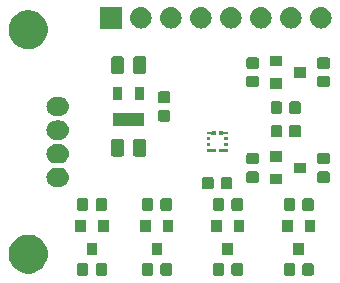
<source format=gts>
G04 #@! TF.GenerationSoftware,KiCad,Pcbnew,(5.1.2)-1*
G04 #@! TF.CreationDate,2025-02-08T22:23:42+09:00*
G04 #@! TF.ProjectId,ss,73732e6b-6963-4616-945f-706362585858,rev?*
G04 #@! TF.SameCoordinates,Original*
G04 #@! TF.FileFunction,Soldermask,Top*
G04 #@! TF.FilePolarity,Negative*
%FSLAX46Y46*%
G04 Gerber Fmt 4.6, Leading zero omitted, Abs format (unit mm)*
G04 Created by KiCad (PCBNEW (5.1.2)-1) date 2025-02-08 22:23:42*
%MOMM*%
%LPD*%
G04 APERTURE LIST*
%ADD10C,0.100000*%
G04 APERTURE END LIST*
D10*
G36*
X115029591Y-97778085D02*
G01*
X115063569Y-97788393D01*
X115094890Y-97805134D01*
X115122339Y-97827661D01*
X115144866Y-97855110D01*
X115161607Y-97886431D01*
X115171915Y-97920409D01*
X115176000Y-97961890D01*
X115176000Y-98638110D01*
X115171915Y-98679591D01*
X115161607Y-98713569D01*
X115144866Y-98744890D01*
X115122339Y-98772339D01*
X115094890Y-98794866D01*
X115063569Y-98811607D01*
X115029591Y-98821915D01*
X114988110Y-98826000D01*
X114386890Y-98826000D01*
X114345409Y-98821915D01*
X114311431Y-98811607D01*
X114280110Y-98794866D01*
X114252661Y-98772339D01*
X114230134Y-98744890D01*
X114213393Y-98713569D01*
X114203085Y-98679591D01*
X114199000Y-98638110D01*
X114199000Y-97961890D01*
X114203085Y-97920409D01*
X114213393Y-97886431D01*
X114230134Y-97855110D01*
X114252661Y-97827661D01*
X114280110Y-97805134D01*
X114311431Y-97788393D01*
X114345409Y-97778085D01*
X114386890Y-97774000D01*
X114988110Y-97774000D01*
X115029591Y-97778085D01*
X115029591Y-97778085D01*
G37*
G36*
X125454591Y-97778085D02*
G01*
X125488569Y-97788393D01*
X125519890Y-97805134D01*
X125547339Y-97827661D01*
X125569866Y-97855110D01*
X125586607Y-97886431D01*
X125596915Y-97920409D01*
X125601000Y-97961890D01*
X125601000Y-98638110D01*
X125596915Y-98679591D01*
X125586607Y-98713569D01*
X125569866Y-98744890D01*
X125547339Y-98772339D01*
X125519890Y-98794866D01*
X125488569Y-98811607D01*
X125454591Y-98821915D01*
X125413110Y-98826000D01*
X124811890Y-98826000D01*
X124770409Y-98821915D01*
X124736431Y-98811607D01*
X124705110Y-98794866D01*
X124677661Y-98772339D01*
X124655134Y-98744890D01*
X124638393Y-98713569D01*
X124628085Y-98679591D01*
X124624000Y-98638110D01*
X124624000Y-97961890D01*
X124628085Y-97920409D01*
X124638393Y-97886431D01*
X124655134Y-97855110D01*
X124677661Y-97827661D01*
X124705110Y-97805134D01*
X124736431Y-97788393D01*
X124770409Y-97778085D01*
X124811890Y-97774000D01*
X125413110Y-97774000D01*
X125454591Y-97778085D01*
X125454591Y-97778085D01*
G37*
G36*
X109529591Y-97778085D02*
G01*
X109563569Y-97788393D01*
X109594890Y-97805134D01*
X109622339Y-97827661D01*
X109644866Y-97855110D01*
X109661607Y-97886431D01*
X109671915Y-97920409D01*
X109676000Y-97961890D01*
X109676000Y-98638110D01*
X109671915Y-98679591D01*
X109661607Y-98713569D01*
X109644866Y-98744890D01*
X109622339Y-98772339D01*
X109594890Y-98794866D01*
X109563569Y-98811607D01*
X109529591Y-98821915D01*
X109488110Y-98826000D01*
X108886890Y-98826000D01*
X108845409Y-98821915D01*
X108811431Y-98811607D01*
X108780110Y-98794866D01*
X108752661Y-98772339D01*
X108730134Y-98744890D01*
X108713393Y-98713569D01*
X108703085Y-98679591D01*
X108699000Y-98638110D01*
X108699000Y-97961890D01*
X108703085Y-97920409D01*
X108713393Y-97886431D01*
X108730134Y-97855110D01*
X108752661Y-97827661D01*
X108780110Y-97805134D01*
X108811431Y-97788393D01*
X108845409Y-97778085D01*
X108886890Y-97774000D01*
X109488110Y-97774000D01*
X109529591Y-97778085D01*
X109529591Y-97778085D01*
G37*
G36*
X107954591Y-97778085D02*
G01*
X107988569Y-97788393D01*
X108019890Y-97805134D01*
X108047339Y-97827661D01*
X108069866Y-97855110D01*
X108086607Y-97886431D01*
X108096915Y-97920409D01*
X108101000Y-97961890D01*
X108101000Y-98638110D01*
X108096915Y-98679591D01*
X108086607Y-98713569D01*
X108069866Y-98744890D01*
X108047339Y-98772339D01*
X108019890Y-98794866D01*
X107988569Y-98811607D01*
X107954591Y-98821915D01*
X107913110Y-98826000D01*
X107311890Y-98826000D01*
X107270409Y-98821915D01*
X107236431Y-98811607D01*
X107205110Y-98794866D01*
X107177661Y-98772339D01*
X107155134Y-98744890D01*
X107138393Y-98713569D01*
X107128085Y-98679591D01*
X107124000Y-98638110D01*
X107124000Y-97961890D01*
X107128085Y-97920409D01*
X107138393Y-97886431D01*
X107155134Y-97855110D01*
X107177661Y-97827661D01*
X107205110Y-97805134D01*
X107236431Y-97788393D01*
X107270409Y-97778085D01*
X107311890Y-97774000D01*
X107913110Y-97774000D01*
X107954591Y-97778085D01*
X107954591Y-97778085D01*
G37*
G36*
X127029591Y-97778085D02*
G01*
X127063569Y-97788393D01*
X127094890Y-97805134D01*
X127122339Y-97827661D01*
X127144866Y-97855110D01*
X127161607Y-97886431D01*
X127171915Y-97920409D01*
X127176000Y-97961890D01*
X127176000Y-98638110D01*
X127171915Y-98679591D01*
X127161607Y-98713569D01*
X127144866Y-98744890D01*
X127122339Y-98772339D01*
X127094890Y-98794866D01*
X127063569Y-98811607D01*
X127029591Y-98821915D01*
X126988110Y-98826000D01*
X126386890Y-98826000D01*
X126345409Y-98821915D01*
X126311431Y-98811607D01*
X126280110Y-98794866D01*
X126252661Y-98772339D01*
X126230134Y-98744890D01*
X126213393Y-98713569D01*
X126203085Y-98679591D01*
X126199000Y-98638110D01*
X126199000Y-97961890D01*
X126203085Y-97920409D01*
X126213393Y-97886431D01*
X126230134Y-97855110D01*
X126252661Y-97827661D01*
X126280110Y-97805134D01*
X126311431Y-97788393D01*
X126345409Y-97778085D01*
X126386890Y-97774000D01*
X126988110Y-97774000D01*
X127029591Y-97778085D01*
X127029591Y-97778085D01*
G37*
G36*
X121029591Y-97778085D02*
G01*
X121063569Y-97788393D01*
X121094890Y-97805134D01*
X121122339Y-97827661D01*
X121144866Y-97855110D01*
X121161607Y-97886431D01*
X121171915Y-97920409D01*
X121176000Y-97961890D01*
X121176000Y-98638110D01*
X121171915Y-98679591D01*
X121161607Y-98713569D01*
X121144866Y-98744890D01*
X121122339Y-98772339D01*
X121094890Y-98794866D01*
X121063569Y-98811607D01*
X121029591Y-98821915D01*
X120988110Y-98826000D01*
X120386890Y-98826000D01*
X120345409Y-98821915D01*
X120311431Y-98811607D01*
X120280110Y-98794866D01*
X120252661Y-98772339D01*
X120230134Y-98744890D01*
X120213393Y-98713569D01*
X120203085Y-98679591D01*
X120199000Y-98638110D01*
X120199000Y-97961890D01*
X120203085Y-97920409D01*
X120213393Y-97886431D01*
X120230134Y-97855110D01*
X120252661Y-97827661D01*
X120280110Y-97805134D01*
X120311431Y-97788393D01*
X120345409Y-97778085D01*
X120386890Y-97774000D01*
X120988110Y-97774000D01*
X121029591Y-97778085D01*
X121029591Y-97778085D01*
G37*
G36*
X113454591Y-97778085D02*
G01*
X113488569Y-97788393D01*
X113519890Y-97805134D01*
X113547339Y-97827661D01*
X113569866Y-97855110D01*
X113586607Y-97886431D01*
X113596915Y-97920409D01*
X113601000Y-97961890D01*
X113601000Y-98638110D01*
X113596915Y-98679591D01*
X113586607Y-98713569D01*
X113569866Y-98744890D01*
X113547339Y-98772339D01*
X113519890Y-98794866D01*
X113488569Y-98811607D01*
X113454591Y-98821915D01*
X113413110Y-98826000D01*
X112811890Y-98826000D01*
X112770409Y-98821915D01*
X112736431Y-98811607D01*
X112705110Y-98794866D01*
X112677661Y-98772339D01*
X112655134Y-98744890D01*
X112638393Y-98713569D01*
X112628085Y-98679591D01*
X112624000Y-98638110D01*
X112624000Y-97961890D01*
X112628085Y-97920409D01*
X112638393Y-97886431D01*
X112655134Y-97855110D01*
X112677661Y-97827661D01*
X112705110Y-97805134D01*
X112736431Y-97788393D01*
X112770409Y-97778085D01*
X112811890Y-97774000D01*
X113413110Y-97774000D01*
X113454591Y-97778085D01*
X113454591Y-97778085D01*
G37*
G36*
X119454591Y-97778085D02*
G01*
X119488569Y-97788393D01*
X119519890Y-97805134D01*
X119547339Y-97827661D01*
X119569866Y-97855110D01*
X119586607Y-97886431D01*
X119596915Y-97920409D01*
X119601000Y-97961890D01*
X119601000Y-98638110D01*
X119596915Y-98679591D01*
X119586607Y-98713569D01*
X119569866Y-98744890D01*
X119547339Y-98772339D01*
X119519890Y-98794866D01*
X119488569Y-98811607D01*
X119454591Y-98821915D01*
X119413110Y-98826000D01*
X118811890Y-98826000D01*
X118770409Y-98821915D01*
X118736431Y-98811607D01*
X118705110Y-98794866D01*
X118677661Y-98772339D01*
X118655134Y-98744890D01*
X118638393Y-98713569D01*
X118628085Y-98679591D01*
X118624000Y-98638110D01*
X118624000Y-97961890D01*
X118628085Y-97920409D01*
X118638393Y-97886431D01*
X118655134Y-97855110D01*
X118677661Y-97827661D01*
X118705110Y-97805134D01*
X118736431Y-97788393D01*
X118770409Y-97778085D01*
X118811890Y-97774000D01*
X119413110Y-97774000D01*
X119454591Y-97778085D01*
X119454591Y-97778085D01*
G37*
G36*
X103375256Y-95391298D02*
G01*
X103481579Y-95412447D01*
X103782042Y-95536903D01*
X104052451Y-95717585D01*
X104282415Y-95947549D01*
X104463097Y-96217958D01*
X104587553Y-96518421D01*
X104651000Y-96837391D01*
X104651000Y-97162609D01*
X104587553Y-97481579D01*
X104463097Y-97782042D01*
X104282415Y-98052451D01*
X104052451Y-98282415D01*
X103782042Y-98463097D01*
X103481579Y-98587553D01*
X103375256Y-98608702D01*
X103162611Y-98651000D01*
X102837389Y-98651000D01*
X102624744Y-98608702D01*
X102518421Y-98587553D01*
X102217958Y-98463097D01*
X101947549Y-98282415D01*
X101717585Y-98052451D01*
X101536903Y-97782042D01*
X101412447Y-97481579D01*
X101349000Y-97162609D01*
X101349000Y-96837391D01*
X101412447Y-96518421D01*
X101536903Y-96217958D01*
X101717585Y-95947549D01*
X101947549Y-95717585D01*
X102217958Y-95536903D01*
X102518421Y-95412447D01*
X102624744Y-95391298D01*
X102837389Y-95349000D01*
X103162611Y-95349000D01*
X103375256Y-95391298D01*
X103375256Y-95391298D01*
G37*
G36*
X114351000Y-97101000D02*
G01*
X113449000Y-97101000D01*
X113449000Y-96099000D01*
X114351000Y-96099000D01*
X114351000Y-97101000D01*
X114351000Y-97101000D01*
G37*
G36*
X108851000Y-97101000D02*
G01*
X107949000Y-97101000D01*
X107949000Y-96099000D01*
X108851000Y-96099000D01*
X108851000Y-97101000D01*
X108851000Y-97101000D01*
G37*
G36*
X126351000Y-97101000D02*
G01*
X125449000Y-97101000D01*
X125449000Y-96099000D01*
X126351000Y-96099000D01*
X126351000Y-97101000D01*
X126351000Y-97101000D01*
G37*
G36*
X120351000Y-97101000D02*
G01*
X119449000Y-97101000D01*
X119449000Y-96099000D01*
X120351000Y-96099000D01*
X120351000Y-97101000D01*
X120351000Y-97101000D01*
G37*
G36*
X107901000Y-95101000D02*
G01*
X106999000Y-95101000D01*
X106999000Y-94099000D01*
X107901000Y-94099000D01*
X107901000Y-95101000D01*
X107901000Y-95101000D01*
G37*
G36*
X121301000Y-95101000D02*
G01*
X120399000Y-95101000D01*
X120399000Y-94099000D01*
X121301000Y-94099000D01*
X121301000Y-95101000D01*
X121301000Y-95101000D01*
G37*
G36*
X119401000Y-95101000D02*
G01*
X118499000Y-95101000D01*
X118499000Y-94099000D01*
X119401000Y-94099000D01*
X119401000Y-95101000D01*
X119401000Y-95101000D01*
G37*
G36*
X127301000Y-95101000D02*
G01*
X126399000Y-95101000D01*
X126399000Y-94099000D01*
X127301000Y-94099000D01*
X127301000Y-95101000D01*
X127301000Y-95101000D01*
G37*
G36*
X125401000Y-95101000D02*
G01*
X124499000Y-95101000D01*
X124499000Y-94099000D01*
X125401000Y-94099000D01*
X125401000Y-95101000D01*
X125401000Y-95101000D01*
G37*
G36*
X115301000Y-95101000D02*
G01*
X114399000Y-95101000D01*
X114399000Y-94099000D01*
X115301000Y-94099000D01*
X115301000Y-95101000D01*
X115301000Y-95101000D01*
G37*
G36*
X109801000Y-95101000D02*
G01*
X108899000Y-95101000D01*
X108899000Y-94099000D01*
X109801000Y-94099000D01*
X109801000Y-95101000D01*
X109801000Y-95101000D01*
G37*
G36*
X113401000Y-95101000D02*
G01*
X112499000Y-95101000D01*
X112499000Y-94099000D01*
X113401000Y-94099000D01*
X113401000Y-95101000D01*
X113401000Y-95101000D01*
G37*
G36*
X107954591Y-92278085D02*
G01*
X107988569Y-92288393D01*
X108019890Y-92305134D01*
X108047339Y-92327661D01*
X108069866Y-92355110D01*
X108086607Y-92386431D01*
X108096915Y-92420409D01*
X108101000Y-92461890D01*
X108101000Y-93138110D01*
X108096915Y-93179591D01*
X108086607Y-93213569D01*
X108069866Y-93244890D01*
X108047339Y-93272339D01*
X108019890Y-93294866D01*
X107988569Y-93311607D01*
X107954591Y-93321915D01*
X107913110Y-93326000D01*
X107311890Y-93326000D01*
X107270409Y-93321915D01*
X107236431Y-93311607D01*
X107205110Y-93294866D01*
X107177661Y-93272339D01*
X107155134Y-93244890D01*
X107138393Y-93213569D01*
X107128085Y-93179591D01*
X107124000Y-93138110D01*
X107124000Y-92461890D01*
X107128085Y-92420409D01*
X107138393Y-92386431D01*
X107155134Y-92355110D01*
X107177661Y-92327661D01*
X107205110Y-92305134D01*
X107236431Y-92288393D01*
X107270409Y-92278085D01*
X107311890Y-92274000D01*
X107913110Y-92274000D01*
X107954591Y-92278085D01*
X107954591Y-92278085D01*
G37*
G36*
X119454591Y-92278085D02*
G01*
X119488569Y-92288393D01*
X119519890Y-92305134D01*
X119547339Y-92327661D01*
X119569866Y-92355110D01*
X119586607Y-92386431D01*
X119596915Y-92420409D01*
X119601000Y-92461890D01*
X119601000Y-93138110D01*
X119596915Y-93179591D01*
X119586607Y-93213569D01*
X119569866Y-93244890D01*
X119547339Y-93272339D01*
X119519890Y-93294866D01*
X119488569Y-93311607D01*
X119454591Y-93321915D01*
X119413110Y-93326000D01*
X118811890Y-93326000D01*
X118770409Y-93321915D01*
X118736431Y-93311607D01*
X118705110Y-93294866D01*
X118677661Y-93272339D01*
X118655134Y-93244890D01*
X118638393Y-93213569D01*
X118628085Y-93179591D01*
X118624000Y-93138110D01*
X118624000Y-92461890D01*
X118628085Y-92420409D01*
X118638393Y-92386431D01*
X118655134Y-92355110D01*
X118677661Y-92327661D01*
X118705110Y-92305134D01*
X118736431Y-92288393D01*
X118770409Y-92278085D01*
X118811890Y-92274000D01*
X119413110Y-92274000D01*
X119454591Y-92278085D01*
X119454591Y-92278085D01*
G37*
G36*
X121029591Y-92278085D02*
G01*
X121063569Y-92288393D01*
X121094890Y-92305134D01*
X121122339Y-92327661D01*
X121144866Y-92355110D01*
X121161607Y-92386431D01*
X121171915Y-92420409D01*
X121176000Y-92461890D01*
X121176000Y-93138110D01*
X121171915Y-93179591D01*
X121161607Y-93213569D01*
X121144866Y-93244890D01*
X121122339Y-93272339D01*
X121094890Y-93294866D01*
X121063569Y-93311607D01*
X121029591Y-93321915D01*
X120988110Y-93326000D01*
X120386890Y-93326000D01*
X120345409Y-93321915D01*
X120311431Y-93311607D01*
X120280110Y-93294866D01*
X120252661Y-93272339D01*
X120230134Y-93244890D01*
X120213393Y-93213569D01*
X120203085Y-93179591D01*
X120199000Y-93138110D01*
X120199000Y-92461890D01*
X120203085Y-92420409D01*
X120213393Y-92386431D01*
X120230134Y-92355110D01*
X120252661Y-92327661D01*
X120280110Y-92305134D01*
X120311431Y-92288393D01*
X120345409Y-92278085D01*
X120386890Y-92274000D01*
X120988110Y-92274000D01*
X121029591Y-92278085D01*
X121029591Y-92278085D01*
G37*
G36*
X113454591Y-92278085D02*
G01*
X113488569Y-92288393D01*
X113519890Y-92305134D01*
X113547339Y-92327661D01*
X113569866Y-92355110D01*
X113586607Y-92386431D01*
X113596915Y-92420409D01*
X113601000Y-92461890D01*
X113601000Y-93138110D01*
X113596915Y-93179591D01*
X113586607Y-93213569D01*
X113569866Y-93244890D01*
X113547339Y-93272339D01*
X113519890Y-93294866D01*
X113488569Y-93311607D01*
X113454591Y-93321915D01*
X113413110Y-93326000D01*
X112811890Y-93326000D01*
X112770409Y-93321915D01*
X112736431Y-93311607D01*
X112705110Y-93294866D01*
X112677661Y-93272339D01*
X112655134Y-93244890D01*
X112638393Y-93213569D01*
X112628085Y-93179591D01*
X112624000Y-93138110D01*
X112624000Y-92461890D01*
X112628085Y-92420409D01*
X112638393Y-92386431D01*
X112655134Y-92355110D01*
X112677661Y-92327661D01*
X112705110Y-92305134D01*
X112736431Y-92288393D01*
X112770409Y-92278085D01*
X112811890Y-92274000D01*
X113413110Y-92274000D01*
X113454591Y-92278085D01*
X113454591Y-92278085D01*
G37*
G36*
X115029591Y-92278085D02*
G01*
X115063569Y-92288393D01*
X115094890Y-92305134D01*
X115122339Y-92327661D01*
X115144866Y-92355110D01*
X115161607Y-92386431D01*
X115171915Y-92420409D01*
X115176000Y-92461890D01*
X115176000Y-93138110D01*
X115171915Y-93179591D01*
X115161607Y-93213569D01*
X115144866Y-93244890D01*
X115122339Y-93272339D01*
X115094890Y-93294866D01*
X115063569Y-93311607D01*
X115029591Y-93321915D01*
X114988110Y-93326000D01*
X114386890Y-93326000D01*
X114345409Y-93321915D01*
X114311431Y-93311607D01*
X114280110Y-93294866D01*
X114252661Y-93272339D01*
X114230134Y-93244890D01*
X114213393Y-93213569D01*
X114203085Y-93179591D01*
X114199000Y-93138110D01*
X114199000Y-92461890D01*
X114203085Y-92420409D01*
X114213393Y-92386431D01*
X114230134Y-92355110D01*
X114252661Y-92327661D01*
X114280110Y-92305134D01*
X114311431Y-92288393D01*
X114345409Y-92278085D01*
X114386890Y-92274000D01*
X114988110Y-92274000D01*
X115029591Y-92278085D01*
X115029591Y-92278085D01*
G37*
G36*
X125454591Y-92278085D02*
G01*
X125488569Y-92288393D01*
X125519890Y-92305134D01*
X125547339Y-92327661D01*
X125569866Y-92355110D01*
X125586607Y-92386431D01*
X125596915Y-92420409D01*
X125601000Y-92461890D01*
X125601000Y-93138110D01*
X125596915Y-93179591D01*
X125586607Y-93213569D01*
X125569866Y-93244890D01*
X125547339Y-93272339D01*
X125519890Y-93294866D01*
X125488569Y-93311607D01*
X125454591Y-93321915D01*
X125413110Y-93326000D01*
X124811890Y-93326000D01*
X124770409Y-93321915D01*
X124736431Y-93311607D01*
X124705110Y-93294866D01*
X124677661Y-93272339D01*
X124655134Y-93244890D01*
X124638393Y-93213569D01*
X124628085Y-93179591D01*
X124624000Y-93138110D01*
X124624000Y-92461890D01*
X124628085Y-92420409D01*
X124638393Y-92386431D01*
X124655134Y-92355110D01*
X124677661Y-92327661D01*
X124705110Y-92305134D01*
X124736431Y-92288393D01*
X124770409Y-92278085D01*
X124811890Y-92274000D01*
X125413110Y-92274000D01*
X125454591Y-92278085D01*
X125454591Y-92278085D01*
G37*
G36*
X127029591Y-92278085D02*
G01*
X127063569Y-92288393D01*
X127094890Y-92305134D01*
X127122339Y-92327661D01*
X127144866Y-92355110D01*
X127161607Y-92386431D01*
X127171915Y-92420409D01*
X127176000Y-92461890D01*
X127176000Y-93138110D01*
X127171915Y-93179591D01*
X127161607Y-93213569D01*
X127144866Y-93244890D01*
X127122339Y-93272339D01*
X127094890Y-93294866D01*
X127063569Y-93311607D01*
X127029591Y-93321915D01*
X126988110Y-93326000D01*
X126386890Y-93326000D01*
X126345409Y-93321915D01*
X126311431Y-93311607D01*
X126280110Y-93294866D01*
X126252661Y-93272339D01*
X126230134Y-93244890D01*
X126213393Y-93213569D01*
X126203085Y-93179591D01*
X126199000Y-93138110D01*
X126199000Y-92461890D01*
X126203085Y-92420409D01*
X126213393Y-92386431D01*
X126230134Y-92355110D01*
X126252661Y-92327661D01*
X126280110Y-92305134D01*
X126311431Y-92288393D01*
X126345409Y-92278085D01*
X126386890Y-92274000D01*
X126988110Y-92274000D01*
X127029591Y-92278085D01*
X127029591Y-92278085D01*
G37*
G36*
X109529591Y-92278085D02*
G01*
X109563569Y-92288393D01*
X109594890Y-92305134D01*
X109622339Y-92327661D01*
X109644866Y-92355110D01*
X109661607Y-92386431D01*
X109671915Y-92420409D01*
X109676000Y-92461890D01*
X109676000Y-93138110D01*
X109671915Y-93179591D01*
X109661607Y-93213569D01*
X109644866Y-93244890D01*
X109622339Y-93272339D01*
X109594890Y-93294866D01*
X109563569Y-93311607D01*
X109529591Y-93321915D01*
X109488110Y-93326000D01*
X108886890Y-93326000D01*
X108845409Y-93321915D01*
X108811431Y-93311607D01*
X108780110Y-93294866D01*
X108752661Y-93272339D01*
X108730134Y-93244890D01*
X108713393Y-93213569D01*
X108703085Y-93179591D01*
X108699000Y-93138110D01*
X108699000Y-92461890D01*
X108703085Y-92420409D01*
X108713393Y-92386431D01*
X108730134Y-92355110D01*
X108752661Y-92327661D01*
X108780110Y-92305134D01*
X108811431Y-92288393D01*
X108845409Y-92278085D01*
X108886890Y-92274000D01*
X109488110Y-92274000D01*
X109529591Y-92278085D01*
X109529591Y-92278085D01*
G37*
G36*
X120129591Y-90478085D02*
G01*
X120163569Y-90488393D01*
X120194890Y-90505134D01*
X120222339Y-90527661D01*
X120244866Y-90555110D01*
X120261607Y-90586431D01*
X120271915Y-90620409D01*
X120276000Y-90661890D01*
X120276000Y-91338110D01*
X120271915Y-91379591D01*
X120261607Y-91413569D01*
X120244866Y-91444890D01*
X120222339Y-91472339D01*
X120194890Y-91494866D01*
X120163569Y-91511607D01*
X120129591Y-91521915D01*
X120088110Y-91526000D01*
X119486890Y-91526000D01*
X119445409Y-91521915D01*
X119411431Y-91511607D01*
X119380110Y-91494866D01*
X119352661Y-91472339D01*
X119330134Y-91444890D01*
X119313393Y-91413569D01*
X119303085Y-91379591D01*
X119299000Y-91338110D01*
X119299000Y-90661890D01*
X119303085Y-90620409D01*
X119313393Y-90586431D01*
X119330134Y-90555110D01*
X119352661Y-90527661D01*
X119380110Y-90505134D01*
X119411431Y-90488393D01*
X119445409Y-90478085D01*
X119486890Y-90474000D01*
X120088110Y-90474000D01*
X120129591Y-90478085D01*
X120129591Y-90478085D01*
G37*
G36*
X118554591Y-90478085D02*
G01*
X118588569Y-90488393D01*
X118619890Y-90505134D01*
X118647339Y-90527661D01*
X118669866Y-90555110D01*
X118686607Y-90586431D01*
X118696915Y-90620409D01*
X118701000Y-90661890D01*
X118701000Y-91338110D01*
X118696915Y-91379591D01*
X118686607Y-91413569D01*
X118669866Y-91444890D01*
X118647339Y-91472339D01*
X118619890Y-91494866D01*
X118588569Y-91511607D01*
X118554591Y-91521915D01*
X118513110Y-91526000D01*
X117911890Y-91526000D01*
X117870409Y-91521915D01*
X117836431Y-91511607D01*
X117805110Y-91494866D01*
X117777661Y-91472339D01*
X117755134Y-91444890D01*
X117738393Y-91413569D01*
X117728085Y-91379591D01*
X117724000Y-91338110D01*
X117724000Y-90661890D01*
X117728085Y-90620409D01*
X117738393Y-90586431D01*
X117755134Y-90555110D01*
X117777661Y-90527661D01*
X117805110Y-90505134D01*
X117836431Y-90488393D01*
X117870409Y-90478085D01*
X117911890Y-90474000D01*
X118513110Y-90474000D01*
X118554591Y-90478085D01*
X118554591Y-90478085D01*
G37*
G36*
X105717747Y-89690921D02*
G01*
X105797376Y-89698764D01*
X105950627Y-89745252D01*
X105950630Y-89745253D01*
X106091863Y-89820744D01*
X106215659Y-89922341D01*
X106317256Y-90046137D01*
X106392747Y-90187370D01*
X106392748Y-90187373D01*
X106439236Y-90340624D01*
X106454933Y-90500000D01*
X106439236Y-90659376D01*
X106402827Y-90779401D01*
X106392747Y-90812630D01*
X106317256Y-90953863D01*
X106215659Y-91077659D01*
X106091863Y-91179256D01*
X105950630Y-91254747D01*
X105950627Y-91254748D01*
X105797376Y-91301236D01*
X105717747Y-91309079D01*
X105677934Y-91313000D01*
X105322066Y-91313000D01*
X105282253Y-91309079D01*
X105202624Y-91301236D01*
X105049373Y-91254748D01*
X105049370Y-91254747D01*
X104908137Y-91179256D01*
X104784341Y-91077659D01*
X104682744Y-90953863D01*
X104607253Y-90812630D01*
X104597173Y-90779401D01*
X104560764Y-90659376D01*
X104545067Y-90500000D01*
X104560764Y-90340624D01*
X104607252Y-90187373D01*
X104607253Y-90187370D01*
X104682744Y-90046137D01*
X104784341Y-89922341D01*
X104908137Y-89820744D01*
X105049370Y-89745253D01*
X105049373Y-89745252D01*
X105202624Y-89698764D01*
X105282253Y-89690921D01*
X105322066Y-89687000D01*
X105677934Y-89687000D01*
X105717747Y-89690921D01*
X105717747Y-89690921D01*
G37*
G36*
X124501000Y-91101000D02*
G01*
X123499000Y-91101000D01*
X123499000Y-90199000D01*
X124501000Y-90199000D01*
X124501000Y-91101000D01*
X124501000Y-91101000D01*
G37*
G36*
X122379591Y-90003085D02*
G01*
X122413569Y-90013393D01*
X122444890Y-90030134D01*
X122472339Y-90052661D01*
X122494866Y-90080110D01*
X122511607Y-90111431D01*
X122521915Y-90145409D01*
X122526000Y-90186890D01*
X122526000Y-90788110D01*
X122521915Y-90829591D01*
X122511607Y-90863569D01*
X122494866Y-90894890D01*
X122472339Y-90922339D01*
X122444890Y-90944866D01*
X122413569Y-90961607D01*
X122379591Y-90971915D01*
X122338110Y-90976000D01*
X121661890Y-90976000D01*
X121620409Y-90971915D01*
X121586431Y-90961607D01*
X121555110Y-90944866D01*
X121527661Y-90922339D01*
X121505134Y-90894890D01*
X121488393Y-90863569D01*
X121478085Y-90829591D01*
X121474000Y-90788110D01*
X121474000Y-90186890D01*
X121478085Y-90145409D01*
X121488393Y-90111431D01*
X121505134Y-90080110D01*
X121527661Y-90052661D01*
X121555110Y-90030134D01*
X121586431Y-90013393D01*
X121620409Y-90003085D01*
X121661890Y-89999000D01*
X122338110Y-89999000D01*
X122379591Y-90003085D01*
X122379591Y-90003085D01*
G37*
G36*
X128379591Y-90003085D02*
G01*
X128413569Y-90013393D01*
X128444890Y-90030134D01*
X128472339Y-90052661D01*
X128494866Y-90080110D01*
X128511607Y-90111431D01*
X128521915Y-90145409D01*
X128526000Y-90186890D01*
X128526000Y-90788110D01*
X128521915Y-90829591D01*
X128511607Y-90863569D01*
X128494866Y-90894890D01*
X128472339Y-90922339D01*
X128444890Y-90944866D01*
X128413569Y-90961607D01*
X128379591Y-90971915D01*
X128338110Y-90976000D01*
X127661890Y-90976000D01*
X127620409Y-90971915D01*
X127586431Y-90961607D01*
X127555110Y-90944866D01*
X127527661Y-90922339D01*
X127505134Y-90894890D01*
X127488393Y-90863569D01*
X127478085Y-90829591D01*
X127474000Y-90788110D01*
X127474000Y-90186890D01*
X127478085Y-90145409D01*
X127488393Y-90111431D01*
X127505134Y-90080110D01*
X127527661Y-90052661D01*
X127555110Y-90030134D01*
X127586431Y-90013393D01*
X127620409Y-90003085D01*
X127661890Y-89999000D01*
X128338110Y-89999000D01*
X128379591Y-90003085D01*
X128379591Y-90003085D01*
G37*
G36*
X126501000Y-90151000D02*
G01*
X125499000Y-90151000D01*
X125499000Y-89249000D01*
X126501000Y-89249000D01*
X126501000Y-90151000D01*
X126501000Y-90151000D01*
G37*
G36*
X122379591Y-88428085D02*
G01*
X122413569Y-88438393D01*
X122444890Y-88455134D01*
X122472339Y-88477661D01*
X122494866Y-88505110D01*
X122511607Y-88536431D01*
X122521915Y-88570409D01*
X122526000Y-88611890D01*
X122526000Y-89213110D01*
X122521915Y-89254591D01*
X122511607Y-89288569D01*
X122494866Y-89319890D01*
X122472339Y-89347339D01*
X122444890Y-89369866D01*
X122413569Y-89386607D01*
X122379591Y-89396915D01*
X122338110Y-89401000D01*
X121661890Y-89401000D01*
X121620409Y-89396915D01*
X121586431Y-89386607D01*
X121555110Y-89369866D01*
X121527661Y-89347339D01*
X121505134Y-89319890D01*
X121488393Y-89288569D01*
X121478085Y-89254591D01*
X121474000Y-89213110D01*
X121474000Y-88611890D01*
X121478085Y-88570409D01*
X121488393Y-88536431D01*
X121505134Y-88505110D01*
X121527661Y-88477661D01*
X121555110Y-88455134D01*
X121586431Y-88438393D01*
X121620409Y-88428085D01*
X121661890Y-88424000D01*
X122338110Y-88424000D01*
X122379591Y-88428085D01*
X122379591Y-88428085D01*
G37*
G36*
X128379591Y-88428085D02*
G01*
X128413569Y-88438393D01*
X128444890Y-88455134D01*
X128472339Y-88477661D01*
X128494866Y-88505110D01*
X128511607Y-88536431D01*
X128521915Y-88570409D01*
X128526000Y-88611890D01*
X128526000Y-89213110D01*
X128521915Y-89254591D01*
X128511607Y-89288569D01*
X128494866Y-89319890D01*
X128472339Y-89347339D01*
X128444890Y-89369866D01*
X128413569Y-89386607D01*
X128379591Y-89396915D01*
X128338110Y-89401000D01*
X127661890Y-89401000D01*
X127620409Y-89396915D01*
X127586431Y-89386607D01*
X127555110Y-89369866D01*
X127527661Y-89347339D01*
X127505134Y-89319890D01*
X127488393Y-89288569D01*
X127478085Y-89254591D01*
X127474000Y-89213110D01*
X127474000Y-88611890D01*
X127478085Y-88570409D01*
X127488393Y-88536431D01*
X127505134Y-88505110D01*
X127527661Y-88477661D01*
X127555110Y-88455134D01*
X127586431Y-88438393D01*
X127620409Y-88428085D01*
X127661890Y-88424000D01*
X128338110Y-88424000D01*
X128379591Y-88428085D01*
X128379591Y-88428085D01*
G37*
G36*
X105717747Y-87690921D02*
G01*
X105797376Y-87698764D01*
X105950627Y-87745252D01*
X105950630Y-87745253D01*
X106091863Y-87820744D01*
X106215659Y-87922341D01*
X106317256Y-88046137D01*
X106392747Y-88187370D01*
X106392748Y-88187373D01*
X106439236Y-88340624D01*
X106454933Y-88500000D01*
X106439236Y-88659376D01*
X106412827Y-88746435D01*
X106392747Y-88812630D01*
X106317256Y-88953863D01*
X106215659Y-89077659D01*
X106091863Y-89179256D01*
X105950630Y-89254747D01*
X105950627Y-89254748D01*
X105797376Y-89301236D01*
X105717747Y-89309079D01*
X105677934Y-89313000D01*
X105322066Y-89313000D01*
X105282253Y-89309079D01*
X105202624Y-89301236D01*
X105049373Y-89254748D01*
X105049370Y-89254747D01*
X104908137Y-89179256D01*
X104784341Y-89077659D01*
X104682744Y-88953863D01*
X104607253Y-88812630D01*
X104587173Y-88746435D01*
X104560764Y-88659376D01*
X104545067Y-88500000D01*
X104560764Y-88340624D01*
X104607252Y-88187373D01*
X104607253Y-88187370D01*
X104682744Y-88046137D01*
X104784341Y-87922341D01*
X104908137Y-87820744D01*
X105049370Y-87745253D01*
X105049373Y-87745252D01*
X105202624Y-87698764D01*
X105282253Y-87690921D01*
X105322066Y-87687000D01*
X105677934Y-87687000D01*
X105717747Y-87690921D01*
X105717747Y-87690921D01*
G37*
G36*
X124501000Y-89201000D02*
G01*
X123499000Y-89201000D01*
X123499000Y-88299000D01*
X124501000Y-88299000D01*
X124501000Y-89201000D01*
X124501000Y-89201000D01*
G37*
G36*
X110934468Y-87253565D02*
G01*
X110973138Y-87265296D01*
X111008777Y-87284346D01*
X111040017Y-87309983D01*
X111065654Y-87341223D01*
X111084704Y-87376862D01*
X111096435Y-87415532D01*
X111101000Y-87461888D01*
X111101000Y-88538112D01*
X111096435Y-88584468D01*
X111084704Y-88623138D01*
X111065654Y-88658777D01*
X111040017Y-88690017D01*
X111008777Y-88715654D01*
X110973138Y-88734704D01*
X110934468Y-88746435D01*
X110888112Y-88751000D01*
X110236888Y-88751000D01*
X110190532Y-88746435D01*
X110151862Y-88734704D01*
X110116223Y-88715654D01*
X110084983Y-88690017D01*
X110059346Y-88658777D01*
X110040296Y-88623138D01*
X110028565Y-88584468D01*
X110024000Y-88538112D01*
X110024000Y-87461888D01*
X110028565Y-87415532D01*
X110040296Y-87376862D01*
X110059346Y-87341223D01*
X110084983Y-87309983D01*
X110116223Y-87284346D01*
X110151862Y-87265296D01*
X110190532Y-87253565D01*
X110236888Y-87249000D01*
X110888112Y-87249000D01*
X110934468Y-87253565D01*
X110934468Y-87253565D01*
G37*
G36*
X112809468Y-87253565D02*
G01*
X112848138Y-87265296D01*
X112883777Y-87284346D01*
X112915017Y-87309983D01*
X112940654Y-87341223D01*
X112959704Y-87376862D01*
X112971435Y-87415532D01*
X112976000Y-87461888D01*
X112976000Y-88538112D01*
X112971435Y-88584468D01*
X112959704Y-88623138D01*
X112940654Y-88658777D01*
X112915017Y-88690017D01*
X112883777Y-88715654D01*
X112848138Y-88734704D01*
X112809468Y-88746435D01*
X112763112Y-88751000D01*
X112111888Y-88751000D01*
X112065532Y-88746435D01*
X112026862Y-88734704D01*
X111991223Y-88715654D01*
X111959983Y-88690017D01*
X111934346Y-88658777D01*
X111915296Y-88623138D01*
X111903565Y-88584468D01*
X111899000Y-88538112D01*
X111899000Y-87461888D01*
X111903565Y-87415532D01*
X111915296Y-87376862D01*
X111934346Y-87341223D01*
X111959983Y-87309983D01*
X111991223Y-87284346D01*
X112026862Y-87265296D01*
X112065532Y-87253565D01*
X112111888Y-87249000D01*
X112763112Y-87249000D01*
X112809468Y-87253565D01*
X112809468Y-87253565D01*
G37*
G36*
X118874000Y-88386500D02*
G01*
X118554421Y-88386500D01*
X118548836Y-88383515D01*
X118525387Y-88376402D01*
X118501001Y-88374000D01*
X118113500Y-88374000D01*
X118113500Y-88126000D01*
X118501001Y-88126000D01*
X118525387Y-88123598D01*
X118548836Y-88116485D01*
X118554421Y-88113500D01*
X118874000Y-88113500D01*
X118874000Y-88386500D01*
X118874000Y-88386500D01*
G37*
G36*
X119451164Y-88116485D02*
G01*
X119474613Y-88123598D01*
X119498999Y-88126000D01*
X119886500Y-88126000D01*
X119886500Y-88374000D01*
X119498999Y-88374000D01*
X119474613Y-88376402D01*
X119451164Y-88383515D01*
X119445579Y-88386500D01*
X119126000Y-88386500D01*
X119126000Y-88113500D01*
X119445579Y-88113500D01*
X119451164Y-88116485D01*
X119451164Y-88116485D01*
G37*
G36*
X118386500Y-87874000D02*
G01*
X118113500Y-87874000D01*
X118113500Y-87626000D01*
X118386500Y-87626000D01*
X118386500Y-87874000D01*
X118386500Y-87874000D01*
G37*
G36*
X119886500Y-87874000D02*
G01*
X119613500Y-87874000D01*
X119613500Y-87626000D01*
X119886500Y-87626000D01*
X119886500Y-87874000D01*
X119886500Y-87874000D01*
G37*
G36*
X118386500Y-87374000D02*
G01*
X118113500Y-87374000D01*
X118113500Y-87126000D01*
X118386500Y-87126000D01*
X118386500Y-87374000D01*
X118386500Y-87374000D01*
G37*
G36*
X119886500Y-87374000D02*
G01*
X119613500Y-87374000D01*
X119613500Y-87126000D01*
X119886500Y-87126000D01*
X119886500Y-87374000D01*
X119886500Y-87374000D01*
G37*
G36*
X105717747Y-85690921D02*
G01*
X105797376Y-85698764D01*
X105950627Y-85745252D01*
X105950630Y-85745253D01*
X106091863Y-85820744D01*
X106215659Y-85922341D01*
X106317256Y-86046137D01*
X106392747Y-86187370D01*
X106392748Y-86187373D01*
X106439236Y-86340624D01*
X106454933Y-86500000D01*
X106439236Y-86659376D01*
X106392748Y-86812627D01*
X106392747Y-86812630D01*
X106317256Y-86953863D01*
X106215659Y-87077659D01*
X106091863Y-87179256D01*
X105950630Y-87254747D01*
X105950627Y-87254748D01*
X105797376Y-87301236D01*
X105717747Y-87309079D01*
X105677934Y-87313000D01*
X105322066Y-87313000D01*
X105282253Y-87309079D01*
X105202624Y-87301236D01*
X105049373Y-87254748D01*
X105049370Y-87254747D01*
X104908137Y-87179256D01*
X104784341Y-87077659D01*
X104682744Y-86953863D01*
X104607253Y-86812630D01*
X104607252Y-86812627D01*
X104560764Y-86659376D01*
X104545067Y-86500000D01*
X104560764Y-86340624D01*
X104607252Y-86187373D01*
X104607253Y-86187370D01*
X104682744Y-86046137D01*
X104784341Y-85922341D01*
X104908137Y-85820744D01*
X105049370Y-85745253D01*
X105049373Y-85745252D01*
X105202624Y-85698764D01*
X105282253Y-85690921D01*
X105322066Y-85687000D01*
X105677934Y-85687000D01*
X105717747Y-85690921D01*
X105717747Y-85690921D01*
G37*
G36*
X125929591Y-86078085D02*
G01*
X125963569Y-86088393D01*
X125994890Y-86105134D01*
X126022339Y-86127661D01*
X126044866Y-86155110D01*
X126061607Y-86186431D01*
X126071915Y-86220409D01*
X126076000Y-86261890D01*
X126076000Y-86938110D01*
X126071915Y-86979591D01*
X126061607Y-87013569D01*
X126044866Y-87044890D01*
X126022339Y-87072339D01*
X125994890Y-87094866D01*
X125963569Y-87111607D01*
X125929591Y-87121915D01*
X125888110Y-87126000D01*
X125286890Y-87126000D01*
X125245409Y-87121915D01*
X125211431Y-87111607D01*
X125180110Y-87094866D01*
X125152661Y-87072339D01*
X125130134Y-87044890D01*
X125113393Y-87013569D01*
X125103085Y-86979591D01*
X125099000Y-86938110D01*
X125099000Y-86261890D01*
X125103085Y-86220409D01*
X125113393Y-86186431D01*
X125130134Y-86155110D01*
X125152661Y-86127661D01*
X125180110Y-86105134D01*
X125211431Y-86088393D01*
X125245409Y-86078085D01*
X125286890Y-86074000D01*
X125888110Y-86074000D01*
X125929591Y-86078085D01*
X125929591Y-86078085D01*
G37*
G36*
X124354591Y-86078085D02*
G01*
X124388569Y-86088393D01*
X124419890Y-86105134D01*
X124447339Y-86127661D01*
X124469866Y-86155110D01*
X124486607Y-86186431D01*
X124496915Y-86220409D01*
X124501000Y-86261890D01*
X124501000Y-86938110D01*
X124496915Y-86979591D01*
X124486607Y-87013569D01*
X124469866Y-87044890D01*
X124447339Y-87072339D01*
X124419890Y-87094866D01*
X124388569Y-87111607D01*
X124354591Y-87121915D01*
X124313110Y-87126000D01*
X123711890Y-87126000D01*
X123670409Y-87121915D01*
X123636431Y-87111607D01*
X123605110Y-87094866D01*
X123577661Y-87072339D01*
X123555134Y-87044890D01*
X123538393Y-87013569D01*
X123528085Y-86979591D01*
X123524000Y-86938110D01*
X123524000Y-86261890D01*
X123528085Y-86220409D01*
X123538393Y-86186431D01*
X123555134Y-86155110D01*
X123577661Y-86127661D01*
X123605110Y-86105134D01*
X123636431Y-86088393D01*
X123670409Y-86078085D01*
X123711890Y-86074000D01*
X124313110Y-86074000D01*
X124354591Y-86078085D01*
X124354591Y-86078085D01*
G37*
G36*
X119451164Y-86616485D02*
G01*
X119474613Y-86623598D01*
X119498999Y-86626000D01*
X119886500Y-86626000D01*
X119886500Y-86874000D01*
X119498999Y-86874000D01*
X119474613Y-86876402D01*
X119451164Y-86883515D01*
X119445579Y-86886500D01*
X119126000Y-86886500D01*
X119126000Y-86613500D01*
X119445579Y-86613500D01*
X119451164Y-86616485D01*
X119451164Y-86616485D01*
G37*
G36*
X118874000Y-86886500D02*
G01*
X118554421Y-86886500D01*
X118548836Y-86883515D01*
X118525387Y-86876402D01*
X118501001Y-86874000D01*
X118113500Y-86874000D01*
X118113500Y-86626000D01*
X118501001Y-86626000D01*
X118525387Y-86623598D01*
X118548836Y-86616485D01*
X118554421Y-86613500D01*
X118874000Y-86613500D01*
X118874000Y-86886500D01*
X118874000Y-86886500D01*
G37*
G36*
X112826000Y-86181000D02*
G01*
X110174000Y-86181000D01*
X110174000Y-85019000D01*
X112826000Y-85019000D01*
X112826000Y-86181000D01*
X112826000Y-86181000D01*
G37*
G36*
X114879591Y-84803085D02*
G01*
X114913569Y-84813393D01*
X114944890Y-84830134D01*
X114972339Y-84852661D01*
X114994866Y-84880110D01*
X115011607Y-84911431D01*
X115021915Y-84945409D01*
X115026000Y-84986890D01*
X115026000Y-85588110D01*
X115021915Y-85629591D01*
X115011607Y-85663569D01*
X114994866Y-85694890D01*
X114972339Y-85722339D01*
X114944890Y-85744866D01*
X114913569Y-85761607D01*
X114879591Y-85771915D01*
X114838110Y-85776000D01*
X114161890Y-85776000D01*
X114120409Y-85771915D01*
X114086431Y-85761607D01*
X114055110Y-85744866D01*
X114027661Y-85722339D01*
X114005134Y-85694890D01*
X113988393Y-85663569D01*
X113978085Y-85629591D01*
X113974000Y-85588110D01*
X113974000Y-84986890D01*
X113978085Y-84945409D01*
X113988393Y-84911431D01*
X114005134Y-84880110D01*
X114027661Y-84852661D01*
X114055110Y-84830134D01*
X114086431Y-84813393D01*
X114120409Y-84803085D01*
X114161890Y-84799000D01*
X114838110Y-84799000D01*
X114879591Y-84803085D01*
X114879591Y-84803085D01*
G37*
G36*
X105717747Y-83690921D02*
G01*
X105797376Y-83698764D01*
X105950627Y-83745252D01*
X105950630Y-83745253D01*
X106091863Y-83820744D01*
X106215659Y-83922341D01*
X106317256Y-84046137D01*
X106392747Y-84187370D01*
X106392748Y-84187373D01*
X106439236Y-84340624D01*
X106454933Y-84500000D01*
X106439236Y-84659376D01*
X106395458Y-84803693D01*
X106392747Y-84812630D01*
X106317256Y-84953863D01*
X106215659Y-85077659D01*
X106091863Y-85179256D01*
X105950630Y-85254747D01*
X105950627Y-85254748D01*
X105797376Y-85301236D01*
X105717747Y-85309079D01*
X105677934Y-85313000D01*
X105322066Y-85313000D01*
X105282253Y-85309079D01*
X105202624Y-85301236D01*
X105049373Y-85254748D01*
X105049370Y-85254747D01*
X104908137Y-85179256D01*
X104784341Y-85077659D01*
X104682744Y-84953863D01*
X104607253Y-84812630D01*
X104604542Y-84803693D01*
X104560764Y-84659376D01*
X104545067Y-84500000D01*
X104560764Y-84340624D01*
X104607252Y-84187373D01*
X104607253Y-84187370D01*
X104682744Y-84046137D01*
X104784341Y-83922341D01*
X104908137Y-83820744D01*
X105049370Y-83745253D01*
X105049373Y-83745252D01*
X105202624Y-83698764D01*
X105282253Y-83690921D01*
X105322066Y-83687000D01*
X105677934Y-83687000D01*
X105717747Y-83690921D01*
X105717747Y-83690921D01*
G37*
G36*
X125929591Y-84078085D02*
G01*
X125963569Y-84088393D01*
X125994890Y-84105134D01*
X126022339Y-84127661D01*
X126044866Y-84155110D01*
X126061607Y-84186431D01*
X126071915Y-84220409D01*
X126076000Y-84261890D01*
X126076000Y-84938110D01*
X126071915Y-84979591D01*
X126061607Y-85013569D01*
X126044866Y-85044890D01*
X126022339Y-85072339D01*
X125994890Y-85094866D01*
X125963569Y-85111607D01*
X125929591Y-85121915D01*
X125888110Y-85126000D01*
X125286890Y-85126000D01*
X125245409Y-85121915D01*
X125211431Y-85111607D01*
X125180110Y-85094866D01*
X125152661Y-85072339D01*
X125130134Y-85044890D01*
X125113393Y-85013569D01*
X125103085Y-84979591D01*
X125099000Y-84938110D01*
X125099000Y-84261890D01*
X125103085Y-84220409D01*
X125113393Y-84186431D01*
X125130134Y-84155110D01*
X125152661Y-84127661D01*
X125180110Y-84105134D01*
X125211431Y-84088393D01*
X125245409Y-84078085D01*
X125286890Y-84074000D01*
X125888110Y-84074000D01*
X125929591Y-84078085D01*
X125929591Y-84078085D01*
G37*
G36*
X124354591Y-84078085D02*
G01*
X124388569Y-84088393D01*
X124419890Y-84105134D01*
X124447339Y-84127661D01*
X124469866Y-84155110D01*
X124486607Y-84186431D01*
X124496915Y-84220409D01*
X124501000Y-84261890D01*
X124501000Y-84938110D01*
X124496915Y-84979591D01*
X124486607Y-85013569D01*
X124469866Y-85044890D01*
X124447339Y-85072339D01*
X124419890Y-85094866D01*
X124388569Y-85111607D01*
X124354591Y-85121915D01*
X124313110Y-85126000D01*
X123711890Y-85126000D01*
X123670409Y-85121915D01*
X123636431Y-85111607D01*
X123605110Y-85094866D01*
X123577661Y-85072339D01*
X123555134Y-85044890D01*
X123538393Y-85013569D01*
X123528085Y-84979591D01*
X123524000Y-84938110D01*
X123524000Y-84261890D01*
X123528085Y-84220409D01*
X123538393Y-84186431D01*
X123555134Y-84155110D01*
X123577661Y-84127661D01*
X123605110Y-84105134D01*
X123636431Y-84088393D01*
X123670409Y-84078085D01*
X123711890Y-84074000D01*
X124313110Y-84074000D01*
X124354591Y-84078085D01*
X124354591Y-84078085D01*
G37*
G36*
X114879591Y-83228085D02*
G01*
X114913569Y-83238393D01*
X114944890Y-83255134D01*
X114972339Y-83277661D01*
X114994866Y-83305110D01*
X115011607Y-83336431D01*
X115021915Y-83370409D01*
X115026000Y-83411890D01*
X115026000Y-84013110D01*
X115021915Y-84054591D01*
X115011607Y-84088569D01*
X114994866Y-84119890D01*
X114972339Y-84147339D01*
X114944890Y-84169866D01*
X114913569Y-84186607D01*
X114879591Y-84196915D01*
X114838110Y-84201000D01*
X114161890Y-84201000D01*
X114120409Y-84196915D01*
X114086431Y-84186607D01*
X114055110Y-84169866D01*
X114027661Y-84147339D01*
X114005134Y-84119890D01*
X113988393Y-84088569D01*
X113978085Y-84054591D01*
X113974000Y-84013110D01*
X113974000Y-83411890D01*
X113978085Y-83370409D01*
X113988393Y-83336431D01*
X114005134Y-83305110D01*
X114027661Y-83277661D01*
X114055110Y-83255134D01*
X114086431Y-83238393D01*
X114120409Y-83228085D01*
X114161890Y-83224000D01*
X114838110Y-83224000D01*
X114879591Y-83228085D01*
X114879591Y-83228085D01*
G37*
G36*
X110926000Y-83981000D02*
G01*
X110174000Y-83981000D01*
X110174000Y-82819000D01*
X110926000Y-82819000D01*
X110926000Y-83981000D01*
X110926000Y-83981000D01*
G37*
G36*
X112826000Y-83981000D02*
G01*
X112074000Y-83981000D01*
X112074000Y-82819000D01*
X112826000Y-82819000D01*
X112826000Y-83981000D01*
X112826000Y-83981000D01*
G37*
G36*
X124501000Y-83001000D02*
G01*
X123499000Y-83001000D01*
X123499000Y-82099000D01*
X124501000Y-82099000D01*
X124501000Y-83001000D01*
X124501000Y-83001000D01*
G37*
G36*
X122379591Y-81903085D02*
G01*
X122413569Y-81913393D01*
X122444890Y-81930134D01*
X122472339Y-81952661D01*
X122494866Y-81980110D01*
X122511607Y-82011431D01*
X122521915Y-82045409D01*
X122526000Y-82086890D01*
X122526000Y-82688110D01*
X122521915Y-82729591D01*
X122511607Y-82763569D01*
X122494866Y-82794890D01*
X122472339Y-82822339D01*
X122444890Y-82844866D01*
X122413569Y-82861607D01*
X122379591Y-82871915D01*
X122338110Y-82876000D01*
X121661890Y-82876000D01*
X121620409Y-82871915D01*
X121586431Y-82861607D01*
X121555110Y-82844866D01*
X121527661Y-82822339D01*
X121505134Y-82794890D01*
X121488393Y-82763569D01*
X121478085Y-82729591D01*
X121474000Y-82688110D01*
X121474000Y-82086890D01*
X121478085Y-82045409D01*
X121488393Y-82011431D01*
X121505134Y-81980110D01*
X121527661Y-81952661D01*
X121555110Y-81930134D01*
X121586431Y-81913393D01*
X121620409Y-81903085D01*
X121661890Y-81899000D01*
X122338110Y-81899000D01*
X122379591Y-81903085D01*
X122379591Y-81903085D01*
G37*
G36*
X128379591Y-81903085D02*
G01*
X128413569Y-81913393D01*
X128444890Y-81930134D01*
X128472339Y-81952661D01*
X128494866Y-81980110D01*
X128511607Y-82011431D01*
X128521915Y-82045409D01*
X128526000Y-82086890D01*
X128526000Y-82688110D01*
X128521915Y-82729591D01*
X128511607Y-82763569D01*
X128494866Y-82794890D01*
X128472339Y-82822339D01*
X128444890Y-82844866D01*
X128413569Y-82861607D01*
X128379591Y-82871915D01*
X128338110Y-82876000D01*
X127661890Y-82876000D01*
X127620409Y-82871915D01*
X127586431Y-82861607D01*
X127555110Y-82844866D01*
X127527661Y-82822339D01*
X127505134Y-82794890D01*
X127488393Y-82763569D01*
X127478085Y-82729591D01*
X127474000Y-82688110D01*
X127474000Y-82086890D01*
X127478085Y-82045409D01*
X127488393Y-82011431D01*
X127505134Y-81980110D01*
X127527661Y-81952661D01*
X127555110Y-81930134D01*
X127586431Y-81913393D01*
X127620409Y-81903085D01*
X127661890Y-81899000D01*
X128338110Y-81899000D01*
X128379591Y-81903085D01*
X128379591Y-81903085D01*
G37*
G36*
X126501000Y-82051000D02*
G01*
X125499000Y-82051000D01*
X125499000Y-81149000D01*
X126501000Y-81149000D01*
X126501000Y-82051000D01*
X126501000Y-82051000D01*
G37*
G36*
X110934468Y-80253565D02*
G01*
X110973138Y-80265296D01*
X111008777Y-80284346D01*
X111040017Y-80309983D01*
X111065654Y-80341223D01*
X111084704Y-80376862D01*
X111096435Y-80415532D01*
X111101000Y-80461888D01*
X111101000Y-81538112D01*
X111096435Y-81584468D01*
X111084704Y-81623138D01*
X111065654Y-81658777D01*
X111040017Y-81690017D01*
X111008777Y-81715654D01*
X110973138Y-81734704D01*
X110934468Y-81746435D01*
X110888112Y-81751000D01*
X110236888Y-81751000D01*
X110190532Y-81746435D01*
X110151862Y-81734704D01*
X110116223Y-81715654D01*
X110084983Y-81690017D01*
X110059346Y-81658777D01*
X110040296Y-81623138D01*
X110028565Y-81584468D01*
X110024000Y-81538112D01*
X110024000Y-80461888D01*
X110028565Y-80415532D01*
X110040296Y-80376862D01*
X110059346Y-80341223D01*
X110084983Y-80309983D01*
X110116223Y-80284346D01*
X110151862Y-80265296D01*
X110190532Y-80253565D01*
X110236888Y-80249000D01*
X110888112Y-80249000D01*
X110934468Y-80253565D01*
X110934468Y-80253565D01*
G37*
G36*
X112809468Y-80253565D02*
G01*
X112848138Y-80265296D01*
X112883777Y-80284346D01*
X112915017Y-80309983D01*
X112940654Y-80341223D01*
X112959704Y-80376862D01*
X112971435Y-80415532D01*
X112976000Y-80461888D01*
X112976000Y-81538112D01*
X112971435Y-81584468D01*
X112959704Y-81623138D01*
X112940654Y-81658777D01*
X112915017Y-81690017D01*
X112883777Y-81715654D01*
X112848138Y-81734704D01*
X112809468Y-81746435D01*
X112763112Y-81751000D01*
X112111888Y-81751000D01*
X112065532Y-81746435D01*
X112026862Y-81734704D01*
X111991223Y-81715654D01*
X111959983Y-81690017D01*
X111934346Y-81658777D01*
X111915296Y-81623138D01*
X111903565Y-81584468D01*
X111899000Y-81538112D01*
X111899000Y-80461888D01*
X111903565Y-80415532D01*
X111915296Y-80376862D01*
X111934346Y-80341223D01*
X111959983Y-80309983D01*
X111991223Y-80284346D01*
X112026862Y-80265296D01*
X112065532Y-80253565D01*
X112111888Y-80249000D01*
X112763112Y-80249000D01*
X112809468Y-80253565D01*
X112809468Y-80253565D01*
G37*
G36*
X128379591Y-80328085D02*
G01*
X128413569Y-80338393D01*
X128444890Y-80355134D01*
X128472339Y-80377661D01*
X128494866Y-80405110D01*
X128511607Y-80436431D01*
X128521915Y-80470409D01*
X128526000Y-80511890D01*
X128526000Y-81113110D01*
X128521915Y-81154591D01*
X128511607Y-81188569D01*
X128494866Y-81219890D01*
X128472339Y-81247339D01*
X128444890Y-81269866D01*
X128413569Y-81286607D01*
X128379591Y-81296915D01*
X128338110Y-81301000D01*
X127661890Y-81301000D01*
X127620409Y-81296915D01*
X127586431Y-81286607D01*
X127555110Y-81269866D01*
X127527661Y-81247339D01*
X127505134Y-81219890D01*
X127488393Y-81188569D01*
X127478085Y-81154591D01*
X127474000Y-81113110D01*
X127474000Y-80511890D01*
X127478085Y-80470409D01*
X127488393Y-80436431D01*
X127505134Y-80405110D01*
X127527661Y-80377661D01*
X127555110Y-80355134D01*
X127586431Y-80338393D01*
X127620409Y-80328085D01*
X127661890Y-80324000D01*
X128338110Y-80324000D01*
X128379591Y-80328085D01*
X128379591Y-80328085D01*
G37*
G36*
X122379591Y-80328085D02*
G01*
X122413569Y-80338393D01*
X122444890Y-80355134D01*
X122472339Y-80377661D01*
X122494866Y-80405110D01*
X122511607Y-80436431D01*
X122521915Y-80470409D01*
X122526000Y-80511890D01*
X122526000Y-81113110D01*
X122521915Y-81154591D01*
X122511607Y-81188569D01*
X122494866Y-81219890D01*
X122472339Y-81247339D01*
X122444890Y-81269866D01*
X122413569Y-81286607D01*
X122379591Y-81296915D01*
X122338110Y-81301000D01*
X121661890Y-81301000D01*
X121620409Y-81296915D01*
X121586431Y-81286607D01*
X121555110Y-81269866D01*
X121527661Y-81247339D01*
X121505134Y-81219890D01*
X121488393Y-81188569D01*
X121478085Y-81154591D01*
X121474000Y-81113110D01*
X121474000Y-80511890D01*
X121478085Y-80470409D01*
X121488393Y-80436431D01*
X121505134Y-80405110D01*
X121527661Y-80377661D01*
X121555110Y-80355134D01*
X121586431Y-80338393D01*
X121620409Y-80328085D01*
X121661890Y-80324000D01*
X122338110Y-80324000D01*
X122379591Y-80328085D01*
X122379591Y-80328085D01*
G37*
G36*
X124501000Y-81101000D02*
G01*
X123499000Y-81101000D01*
X123499000Y-80199000D01*
X124501000Y-80199000D01*
X124501000Y-81101000D01*
X124501000Y-81101000D01*
G37*
G36*
X103375256Y-76391298D02*
G01*
X103481579Y-76412447D01*
X103782042Y-76536903D01*
X104052451Y-76717585D01*
X104282415Y-76947549D01*
X104463097Y-77217958D01*
X104581162Y-77502991D01*
X104587553Y-77518422D01*
X104650812Y-77836443D01*
X104651000Y-77837391D01*
X104651000Y-78162609D01*
X104587553Y-78481579D01*
X104463097Y-78782042D01*
X104282415Y-79052451D01*
X104052451Y-79282415D01*
X103782042Y-79463097D01*
X103481579Y-79587553D01*
X103375256Y-79608702D01*
X103162611Y-79651000D01*
X102837389Y-79651000D01*
X102624744Y-79608702D01*
X102518421Y-79587553D01*
X102217958Y-79463097D01*
X101947549Y-79282415D01*
X101717585Y-79052451D01*
X101536903Y-78782042D01*
X101412447Y-78481579D01*
X101349000Y-78162609D01*
X101349000Y-77837391D01*
X101349189Y-77836443D01*
X101412447Y-77518422D01*
X101418839Y-77502991D01*
X101536903Y-77217958D01*
X101717585Y-76947549D01*
X101947549Y-76717585D01*
X102217958Y-76536903D01*
X102518421Y-76412447D01*
X102624744Y-76391298D01*
X102837389Y-76349000D01*
X103162611Y-76349000D01*
X103375256Y-76391298D01*
X103375256Y-76391298D01*
G37*
G36*
X110901000Y-77901000D02*
G01*
X109099000Y-77901000D01*
X109099000Y-76099000D01*
X110901000Y-76099000D01*
X110901000Y-77901000D01*
X110901000Y-77901000D01*
G37*
G36*
X112650443Y-76105519D02*
G01*
X112716627Y-76112037D01*
X112886466Y-76163557D01*
X113042991Y-76247222D01*
X113078729Y-76276552D01*
X113180186Y-76359814D01*
X113263448Y-76461271D01*
X113292778Y-76497009D01*
X113376443Y-76653534D01*
X113427963Y-76823373D01*
X113445359Y-77000000D01*
X113427963Y-77176627D01*
X113376443Y-77346466D01*
X113292778Y-77502991D01*
X113280114Y-77518422D01*
X113180186Y-77640186D01*
X113078729Y-77723448D01*
X113042991Y-77752778D01*
X112886466Y-77836443D01*
X112716627Y-77887963D01*
X112650442Y-77894482D01*
X112584260Y-77901000D01*
X112495740Y-77901000D01*
X112429558Y-77894482D01*
X112363373Y-77887963D01*
X112193534Y-77836443D01*
X112037009Y-77752778D01*
X112001271Y-77723448D01*
X111899814Y-77640186D01*
X111799886Y-77518422D01*
X111787222Y-77502991D01*
X111703557Y-77346466D01*
X111652037Y-77176627D01*
X111634641Y-77000000D01*
X111652037Y-76823373D01*
X111703557Y-76653534D01*
X111787222Y-76497009D01*
X111816552Y-76461271D01*
X111899814Y-76359814D01*
X112001271Y-76276552D01*
X112037009Y-76247222D01*
X112193534Y-76163557D01*
X112363373Y-76112037D01*
X112429557Y-76105519D01*
X112495740Y-76099000D01*
X112584260Y-76099000D01*
X112650443Y-76105519D01*
X112650443Y-76105519D01*
G37*
G36*
X115190443Y-76105519D02*
G01*
X115256627Y-76112037D01*
X115426466Y-76163557D01*
X115582991Y-76247222D01*
X115618729Y-76276552D01*
X115720186Y-76359814D01*
X115803448Y-76461271D01*
X115832778Y-76497009D01*
X115916443Y-76653534D01*
X115967963Y-76823373D01*
X115985359Y-77000000D01*
X115967963Y-77176627D01*
X115916443Y-77346466D01*
X115832778Y-77502991D01*
X115820114Y-77518422D01*
X115720186Y-77640186D01*
X115618729Y-77723448D01*
X115582991Y-77752778D01*
X115426466Y-77836443D01*
X115256627Y-77887963D01*
X115190442Y-77894482D01*
X115124260Y-77901000D01*
X115035740Y-77901000D01*
X114969558Y-77894482D01*
X114903373Y-77887963D01*
X114733534Y-77836443D01*
X114577009Y-77752778D01*
X114541271Y-77723448D01*
X114439814Y-77640186D01*
X114339886Y-77518422D01*
X114327222Y-77502991D01*
X114243557Y-77346466D01*
X114192037Y-77176627D01*
X114174641Y-77000000D01*
X114192037Y-76823373D01*
X114243557Y-76653534D01*
X114327222Y-76497009D01*
X114356552Y-76461271D01*
X114439814Y-76359814D01*
X114541271Y-76276552D01*
X114577009Y-76247222D01*
X114733534Y-76163557D01*
X114903373Y-76112037D01*
X114969557Y-76105519D01*
X115035740Y-76099000D01*
X115124260Y-76099000D01*
X115190443Y-76105519D01*
X115190443Y-76105519D01*
G37*
G36*
X117730443Y-76105519D02*
G01*
X117796627Y-76112037D01*
X117966466Y-76163557D01*
X118122991Y-76247222D01*
X118158729Y-76276552D01*
X118260186Y-76359814D01*
X118343448Y-76461271D01*
X118372778Y-76497009D01*
X118456443Y-76653534D01*
X118507963Y-76823373D01*
X118525359Y-77000000D01*
X118507963Y-77176627D01*
X118456443Y-77346466D01*
X118372778Y-77502991D01*
X118360114Y-77518422D01*
X118260186Y-77640186D01*
X118158729Y-77723448D01*
X118122991Y-77752778D01*
X117966466Y-77836443D01*
X117796627Y-77887963D01*
X117730442Y-77894482D01*
X117664260Y-77901000D01*
X117575740Y-77901000D01*
X117509558Y-77894482D01*
X117443373Y-77887963D01*
X117273534Y-77836443D01*
X117117009Y-77752778D01*
X117081271Y-77723448D01*
X116979814Y-77640186D01*
X116879886Y-77518422D01*
X116867222Y-77502991D01*
X116783557Y-77346466D01*
X116732037Y-77176627D01*
X116714641Y-77000000D01*
X116732037Y-76823373D01*
X116783557Y-76653534D01*
X116867222Y-76497009D01*
X116896552Y-76461271D01*
X116979814Y-76359814D01*
X117081271Y-76276552D01*
X117117009Y-76247222D01*
X117273534Y-76163557D01*
X117443373Y-76112037D01*
X117509557Y-76105519D01*
X117575740Y-76099000D01*
X117664260Y-76099000D01*
X117730443Y-76105519D01*
X117730443Y-76105519D01*
G37*
G36*
X120270443Y-76105519D02*
G01*
X120336627Y-76112037D01*
X120506466Y-76163557D01*
X120662991Y-76247222D01*
X120698729Y-76276552D01*
X120800186Y-76359814D01*
X120883448Y-76461271D01*
X120912778Y-76497009D01*
X120996443Y-76653534D01*
X121047963Y-76823373D01*
X121065359Y-77000000D01*
X121047963Y-77176627D01*
X120996443Y-77346466D01*
X120912778Y-77502991D01*
X120900114Y-77518422D01*
X120800186Y-77640186D01*
X120698729Y-77723448D01*
X120662991Y-77752778D01*
X120506466Y-77836443D01*
X120336627Y-77887963D01*
X120270442Y-77894482D01*
X120204260Y-77901000D01*
X120115740Y-77901000D01*
X120049558Y-77894482D01*
X119983373Y-77887963D01*
X119813534Y-77836443D01*
X119657009Y-77752778D01*
X119621271Y-77723448D01*
X119519814Y-77640186D01*
X119419886Y-77518422D01*
X119407222Y-77502991D01*
X119323557Y-77346466D01*
X119272037Y-77176627D01*
X119254641Y-77000000D01*
X119272037Y-76823373D01*
X119323557Y-76653534D01*
X119407222Y-76497009D01*
X119436552Y-76461271D01*
X119519814Y-76359814D01*
X119621271Y-76276552D01*
X119657009Y-76247222D01*
X119813534Y-76163557D01*
X119983373Y-76112037D01*
X120049557Y-76105519D01*
X120115740Y-76099000D01*
X120204260Y-76099000D01*
X120270443Y-76105519D01*
X120270443Y-76105519D01*
G37*
G36*
X122810443Y-76105519D02*
G01*
X122876627Y-76112037D01*
X123046466Y-76163557D01*
X123202991Y-76247222D01*
X123238729Y-76276552D01*
X123340186Y-76359814D01*
X123423448Y-76461271D01*
X123452778Y-76497009D01*
X123536443Y-76653534D01*
X123587963Y-76823373D01*
X123605359Y-77000000D01*
X123587963Y-77176627D01*
X123536443Y-77346466D01*
X123452778Y-77502991D01*
X123440114Y-77518422D01*
X123340186Y-77640186D01*
X123238729Y-77723448D01*
X123202991Y-77752778D01*
X123046466Y-77836443D01*
X122876627Y-77887963D01*
X122810442Y-77894482D01*
X122744260Y-77901000D01*
X122655740Y-77901000D01*
X122589558Y-77894482D01*
X122523373Y-77887963D01*
X122353534Y-77836443D01*
X122197009Y-77752778D01*
X122161271Y-77723448D01*
X122059814Y-77640186D01*
X121959886Y-77518422D01*
X121947222Y-77502991D01*
X121863557Y-77346466D01*
X121812037Y-77176627D01*
X121794641Y-77000000D01*
X121812037Y-76823373D01*
X121863557Y-76653534D01*
X121947222Y-76497009D01*
X121976552Y-76461271D01*
X122059814Y-76359814D01*
X122161271Y-76276552D01*
X122197009Y-76247222D01*
X122353534Y-76163557D01*
X122523373Y-76112037D01*
X122589557Y-76105519D01*
X122655740Y-76099000D01*
X122744260Y-76099000D01*
X122810443Y-76105519D01*
X122810443Y-76105519D01*
G37*
G36*
X125350443Y-76105519D02*
G01*
X125416627Y-76112037D01*
X125586466Y-76163557D01*
X125742991Y-76247222D01*
X125778729Y-76276552D01*
X125880186Y-76359814D01*
X125963448Y-76461271D01*
X125992778Y-76497009D01*
X126076443Y-76653534D01*
X126127963Y-76823373D01*
X126145359Y-77000000D01*
X126127963Y-77176627D01*
X126076443Y-77346466D01*
X125992778Y-77502991D01*
X125980114Y-77518422D01*
X125880186Y-77640186D01*
X125778729Y-77723448D01*
X125742991Y-77752778D01*
X125586466Y-77836443D01*
X125416627Y-77887963D01*
X125350442Y-77894482D01*
X125284260Y-77901000D01*
X125195740Y-77901000D01*
X125129558Y-77894482D01*
X125063373Y-77887963D01*
X124893534Y-77836443D01*
X124737009Y-77752778D01*
X124701271Y-77723448D01*
X124599814Y-77640186D01*
X124499886Y-77518422D01*
X124487222Y-77502991D01*
X124403557Y-77346466D01*
X124352037Y-77176627D01*
X124334641Y-77000000D01*
X124352037Y-76823373D01*
X124403557Y-76653534D01*
X124487222Y-76497009D01*
X124516552Y-76461271D01*
X124599814Y-76359814D01*
X124701271Y-76276552D01*
X124737009Y-76247222D01*
X124893534Y-76163557D01*
X125063373Y-76112037D01*
X125129557Y-76105519D01*
X125195740Y-76099000D01*
X125284260Y-76099000D01*
X125350443Y-76105519D01*
X125350443Y-76105519D01*
G37*
G36*
X127890443Y-76105519D02*
G01*
X127956627Y-76112037D01*
X128126466Y-76163557D01*
X128282991Y-76247222D01*
X128318729Y-76276552D01*
X128420186Y-76359814D01*
X128503448Y-76461271D01*
X128532778Y-76497009D01*
X128616443Y-76653534D01*
X128667963Y-76823373D01*
X128685359Y-77000000D01*
X128667963Y-77176627D01*
X128616443Y-77346466D01*
X128532778Y-77502991D01*
X128520114Y-77518422D01*
X128420186Y-77640186D01*
X128318729Y-77723448D01*
X128282991Y-77752778D01*
X128126466Y-77836443D01*
X127956627Y-77887963D01*
X127890442Y-77894482D01*
X127824260Y-77901000D01*
X127735740Y-77901000D01*
X127669558Y-77894482D01*
X127603373Y-77887963D01*
X127433534Y-77836443D01*
X127277009Y-77752778D01*
X127241271Y-77723448D01*
X127139814Y-77640186D01*
X127039886Y-77518422D01*
X127027222Y-77502991D01*
X126943557Y-77346466D01*
X126892037Y-77176627D01*
X126874641Y-77000000D01*
X126892037Y-76823373D01*
X126943557Y-76653534D01*
X127027222Y-76497009D01*
X127056552Y-76461271D01*
X127139814Y-76359814D01*
X127241271Y-76276552D01*
X127277009Y-76247222D01*
X127433534Y-76163557D01*
X127603373Y-76112037D01*
X127669557Y-76105519D01*
X127735740Y-76099000D01*
X127824260Y-76099000D01*
X127890443Y-76105519D01*
X127890443Y-76105519D01*
G37*
M02*

</source>
